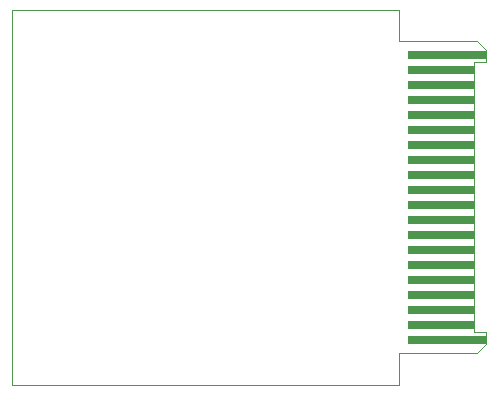
<source format=gtp>
G75*
%MOIN*%
%OFA0B0*%
%FSLAX24Y24*%
%IPPOS*%
%LPD*%
%AMOC8*
5,1,8,0,0,1.08239X$1,22.5*
%
%ADD10C,0.0000*%
%ADD11R,0.2600X0.0300*%
%ADD12R,0.2200X0.0300*%
D10*
X000150Y000487D02*
X013050Y000487D01*
X013050Y001537D01*
X015650Y001537D01*
X015950Y001837D01*
X015950Y002237D01*
X015550Y002237D01*
X015550Y011237D01*
X015950Y011237D01*
X015950Y011637D01*
X015650Y011937D01*
X013050Y011937D01*
X013050Y012987D01*
X000150Y012987D01*
X000150Y000487D01*
D11*
X014650Y001987D03*
X014650Y011487D03*
D12*
X014450Y010987D03*
X014450Y010487D03*
X014450Y009987D03*
X014450Y009487D03*
X014450Y008987D03*
X014450Y008487D03*
X014450Y007987D03*
X014450Y007487D03*
X014450Y006987D03*
X014450Y006487D03*
X014450Y005987D03*
X014450Y005487D03*
X014450Y004987D03*
X014450Y004487D03*
X014450Y003987D03*
X014450Y003487D03*
X014450Y002987D03*
X014450Y002487D03*
M02*

</source>
